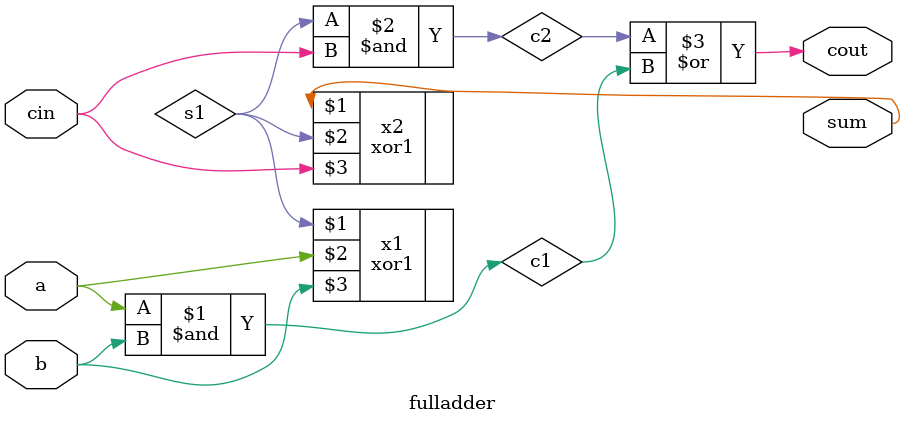
<source format=v>
`timescale 1ns / 1ps
module fulladder(sum, cout, a, b, cin); /* 1 Bit Full adder module */
input a, b, cin; /* declaring inputs */
output cout, sum;  /* declaring ouputs */
wire s1, c1, c2;

xor1 x1(s1, a, b);
and(c1, a, b);
xor1 x2(sum, s1, cin);
and(c2, s1, cin);
or(cout, c2, c1);

endmodule

</source>
